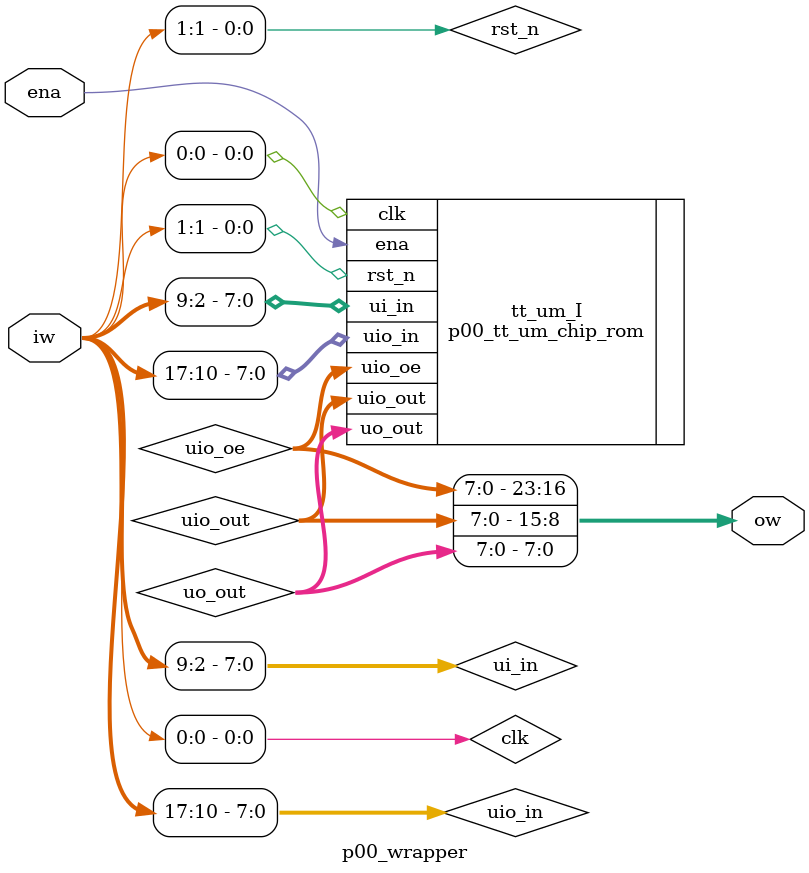
<source format=v>
`default_nettype none

module p00_wrapper (
  input wire ena,
  input wire [17:0] iw,
  output wire [23:0] ow
);

wire [7:0] uio_in;
wire [7:0] uio_out;
wire [7:0] uio_oe;
wire [7:0] uo_out;
wire [7:0] ui_in;
wire clk;
wire rst_n;

assign { uio_in, ui_in, rst_n, clk} = iw;
assign ow = { uio_oe, uio_out, uo_out };

p00_tt_um_chip_rom tt_um_I (
  .uio_in  (uio_in),
  .uio_out (uio_out),
  .uio_oe  (uio_oe),
  .uo_out  (uo_out),
  .ui_in   (ui_in),
  .ena     (ena),
  .clk     (clk),
  .rst_n   (rst_n)
);

endmodule

</source>
